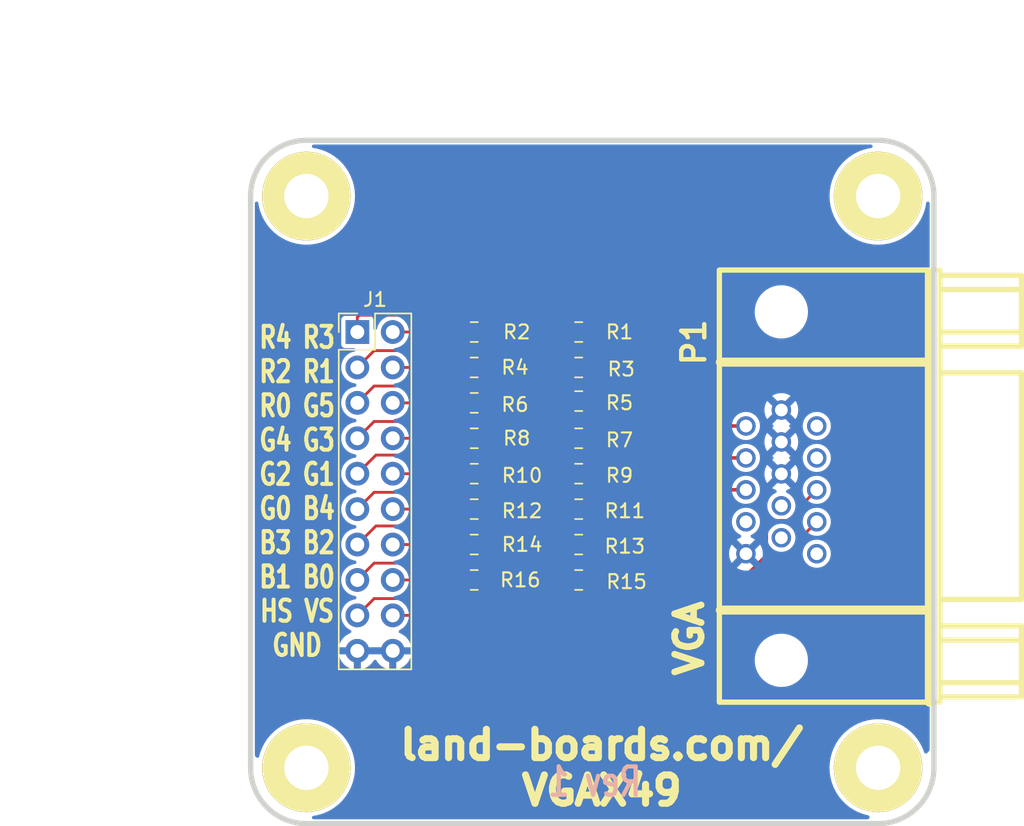
<source format=kicad_pcb>
(kicad_pcb (version 20211014) (generator pcbnew)
  (title_block (date "28 mar 2015") (rev "X1"))
  (layers (0 "F.Cu" signal "Front") (31 "B.Cu" signal "Back") (36 "B.SilkS" user "B.Silkscreen") (37 "F.SilkS" user "F.Silkscreen") (38 "B.Mask" user) (39 "F.Mask" user) (44 "Edge.Cuts" user))
  (net 0 "")
  (net 1 "GND")
  (net 2 "/R4")
  (net 3 "/R3")
  (net 4 "/R2")
  (net 5 "/R1")
  (net 6 "/R0")
  (net 7 "/G5")
  (net 8 "/G4")
  (net 9 "/G3")
  (net 10 "/G2")
  (net 11 "/G1")
  (net 12 "/G0")
  (net 13 "/B4")
  (net 14 "/B3")
  (net 15 "/B2")
  (net 16 "/B1")
  (net 17 "/B0")
  (net 18 "/HS")
  (net 19 "/VS")
  (net 20 "Net-(P1-Pad3)")
  (net 21 "Net-(P1-Pad2)")
  (net 22 "Net-(P1-Pad1)")
  (footprint "MTG-4-40" (layer "F.Cu") (at 14 55)
    (fp_text reference "MTG3" hide)
    (fp_text value "CONN_1" hide)
    (pad "1" thru_hole circle locked (at 0 0) (size 6.35 6.35) (drill 3.175) (layers *.Cu *.Mask "F.SilkS"))
  )
  (footprint "MTG-4-40" (layer "F.Cu") (at 55 55)
    (fp_text reference "MTG4" hide)
    (fp_text value "CONN_1" hide)
    (pad "1" thru_hole circle locked (at 0 0) (size 6.35 6.35) (drill 3.175) (layers *.Cu *.Mask "F.SilkS"))
  )
  (footprint "MTG-4-40" (layer "F.Cu") (at 55 14)
    (fp_text reference "MTG2" hide)
    (fp_text value "CONN_1" hide)
    (pad "1" thru_hole circle locked (at 0 0) (size 6.35 6.35) (drill 3.175) (layers *.Cu *.Mask "F.SilkS"))
  )
  (footprint "MTG-4-40" (layer "F.Cu") (at 14 14)
    (fp_text reference "MTG1" hide)
    (fp_text value "CONN_1" hide)
    (pad "1" thru_hole circle locked (at 0 0) (size 6.35 6.35) (drill 3.175) (layers *.Cu *.Mask "F.SilkS"))
  )
  (footprint "Connector_PinHeader_2.54mm:PinHeader_2x10_P2.54mm_Vertical" (layer "F.Cu") (at 17.653 23.749)
    (fp_text reference "J1" (at 1.27 -2.33) (layer "F.SilkS"))
    (fp_text value "Conn_02x10_Odd_Even")
    (fp_line (start -1.33 1.27) (end 1.27 1.27) (layer "F.SilkS") (width 0.12))
    (fp_line (start -1.33 -1.33) (end 0 -1.33) (layer "F.SilkS") (width 0.12))
    (fp_line (start -1.33 24.19) (end 3.87 24.19) (layer "F.SilkS") (width 0.12))
    (fp_line (start -1.33 0) (end -1.33 -1.33) (layer "F.SilkS") (width 0.12))
    (fp_line (start 1.27 -1.33) (end 3.87 -1.33) (layer "F.SilkS") (width 0.12))
    (fp_line (start 1.27 1.27) (end 1.27 -1.33) (layer "F.SilkS") (width 0.12))
    (fp_line (start 3.87 -1.33) (end 3.87 24.19) (layer "F.SilkS") (width 0.12))
    (fp_line (start -1.33 1.27) (end -1.33 24.19) (layer "F.SilkS") (width 0.12))
    (pad "1" thru_hole rect locked (at 0 0) (size 1.7 1.7) (drill 1) (layers *.Cu *.Mask) (net 2 "/R4"))
    (pad "2" thru_hole oval locked (at 2.54 0) (size 1.7 1.7) (drill 1) (layers *.Cu *.Mask) (net 3 "/R3"))
    (pad "3" thru_hole oval locked (at 0 2.54) (size 1.7 1.7) (drill 1) (layers *.Cu *.Mask) (net 4 "/R2"))
    (pad "4" thru_hole oval locked (at 2.54 2.54) (size 1.7 1.7) (drill 1) (layers *.Cu *.Mask) (net 5 "/R1"))
    (pad "5" thru_hole oval locked (at 0 5.08) (size 1.7 1.7) (drill 1) (layers *.Cu *.Mask) (net 6 "/R0"))
    (pad "6" thru_hole oval locked (at 2.54 5.08) (size 1.7 1.7) (drill 1) (layers *.Cu *.Mask) (net 7 "/G5"))
    (pad "7" thru_hole oval locked (at 0 7.62) (size 1.7 1.7) (drill 1) (layers *.Cu *.Mask) (net 8 "/G4"))
    (pad "8" thru_hole oval locked (at 2.54 7.62) (size 1.7 1.7) (drill 1) (layers *.Cu *.Mask) (net 9 "/G3"))
    (pad "9" thru_hole oval locked (at 0 10.16) (size 1.7 1.7) (drill 1) (layers *.Cu *.Mask) (net 10 "/G2"))
    (pad "10" thru_hole oval locked (at 2.54 10.16) (size 1.7 1.7) (drill 1) (layers *.Cu *.Mask) (net 11 "/G1"))
    (pad "11" thru_hole oval locked (at 0 12.7) (size 1.7 1.7) (drill 1) (layers *.Cu *.Mask) (net 12 "/G0"))
    (pad "12" thru_hole oval locked (at 2.54 12.7) (size 1.7 1.7) (drill 1) (layers *.Cu *.Mask) (net 13 "/B4"))
    (pad "13" thru_hole oval locked (at 0 15.24) (size 1.7 1.7) (drill 1) (layers *.Cu *.Mask) (net 14 "/B3"))
    (pad "14" thru_hole oval locked (at 2.54 15.24) (size 1.7 1.7) (drill 1) (layers *.Cu *.Mask) (net 15 "/B2"))
    (pad "15" thru_hole oval locked (at 0 17.78) (size 1.7 1.7) (drill 1) (layers *.Cu *.Mask) (net 16 "/B1"))
    (pad "16" thru_hole oval locked (at 2.54 17.78) (size 1.7 1.7) (drill 1) (layers *.Cu *.Mask) (net 17 "/B0"))
    (pad "17" thru_hole oval locked (at 0 20.32) (size 1.7 1.7) (drill 1) (layers *.Cu *.Mask) (net 18 "/HS"))
    (pad "18" thru_hole oval locked (at 2.54 20.32) (size 1.7 1.7) (drill 1) (layers *.Cu *.Mask) (net 19 "/VS"))
    (pad "19" thru_hole oval locked (at 0 22.86) (size 1.7 1.7) (drill 1) (layers *.Cu *.Mask) (net 1 "GND"))
    (pad "20" thru_hole oval locked (at 2.54 22.86) (size 1.7 1.7) (drill 1) (layers *.Cu *.Mask) (net 1 "GND"))
  )
  (footprint "LandBoards_Conns:DB_15F-VGA-fixed" (layer "F.Cu") (at 52.07 34.798 90)
    (fp_text reference "P1" (at 10.3124 -10.287 90) (layer "F.SilkS") (effects (font (size 1.651 1.651) (thickness 0.3175))))
    (fp_text value "VGA" (at -10.922 -10.6172 90) (layer "F.SilkS") (effects (font (size 1.905 1.905) (thickness 0.47625))))
    (fp_line (start 10.033 13.208) (end 15.113 13.208) (layer "F.SilkS") (width 0.381))
    (fp_line (start 15.494 -8.382) (end 15.494 7.112) (layer "F.SilkS") (width 0.381))
    (fp_line (start 15.113 13.208) (end 15.113 7.493) (layer "F.SilkS") (width 0.381))
    (fp_line (start -15.113 7.366) (end -15.113 13.208) (layer "F.SilkS") (width 0.381))
    (fp_line (start -10.033 7.366) (end -10.033 13.208) (layer "F.SilkS") (width 0.381))
    (fp_line (start -15.494 -8.382) (end -15.494 7.112) (layer "F.SilkS") (width 0.381))
    (fp_line (start -15.494 7.366) (end 15.494 7.366) (layer "F.SilkS") (width 0.381))
    (fp_line (start -14.097 7.366) (end -14.097 13.208) (layer "F.SilkS") (width 0.381))
    (fp_line (start 15.494 -8.45566) (end -15.494 -8.45566) (layer "F.SilkS") (width 0.381))
    (fp_line (start 11.049 7.366) (end 11.049 13.208) (layer "F.SilkS") (width 0.381))
    (fp_line (start -8.128 13.208) (end 8.128 13.208) (layer "F.SilkS") (width 0.381))
    (fp_line (start 8.128 13.208) (end 8.128 7.366) (layer "F.SilkS") (width 0.381))
    (fp_line (start -8.128 7.366) (end -8.128 13.208) (layer "F.SilkS") (width 0.381))
    (fp_line (start -8.89 -8.382) (end -8.89 6.35) (layer "F.SilkS") (width 0.65))
    (fp_line (start 14.097 7.366) (end 14.097 13.208) (layer "F.SilkS") (width 0.381))
    (fp_line (start -15.113 13.208) (end -10.033 13.208) (layer "F.SilkS") (width 0.381))
    (fp_line (start -11.049 7.366) (end -11.049 13.208) (layer "F.SilkS") (width 0.381))
    (fp_line (start 8.89 -8.382) (end 8.89 6.604) (layer "F.SilkS") (width 0.65))
    (fp_line (start 10.033 7.366) (end 10.033 13.208) (layer "F.SilkS") (width 0.381))
    (fp_line (start -15.494 6.604) (end 15.24 6.604) (layer "F.SilkS") (width 0.65))
    (pad "" np_thru_hole circle locked (at -12.49426 -4.01066 90) (size 3.2 3.2) (drill 3.2) (layers *.Cu *.Mask "F.SilkS"))
    (pad "" np_thru_hole circle locked (at 12.49426 -4.01066 90) (size 3.2 3.2) (drill 3.2) (layers *.Cu *.Mask "F.SilkS"))
    (pad "1" thru_hole circle locked (at 4.31038 -6.55066 90) (size 1.397 1.397) (drill 0.9144) (layers *.Cu *.Mask) (net 22 "Net-(P1-Pad1)"))
    (pad "2" thru_hole circle locked (at 2.0193 -6.55066 90) (size 1.397 1.397) (drill 0.9144) (layers *.Cu *.Mask) (net 21 "Net-(P1-Pad2)"))
    (pad "3" thru_hole circle locked (at -0.2667 -6.55066 90) (size 1.397 1.397) (drill 0.889) (layers *.Cu *.Mask) (net 20 "Net-(P1-Pad3)"))
    (pad "4" thru_hole circle locked (at -2.56032 -6.55066 90) (size 1.397 1.397) (drill 0.9144) (layers *.Cu *.Mask))
    (pad "5" thru_hole circle locked (at -4.84886 -6.55066 90) (size 1.397 1.397) (drill 0.9144) (layers *.Cu *.Mask) (net 1 "GND"))
    (pad "6" thru_hole circle locked (at 5.45592 -4.01066 90) (size 1.397 1.397) (drill 0.9144) (layers *.Cu *.Mask) (net 1 "GND"))
    (pad "7" thru_hole circle locked (at 3.16484 -4.01066 90) (size 1.397 1.397) (drill 0.9144) (layers *.Cu *.Mask) (net 1 "GND"))
    (pad "8" thru_hole circle locked (at 0.87376 -4.01066 90) (size 1.397 1.397) (drill 0.9144) (layers *.Cu *.Mask) (net 1 "GND"))
    (pad "9" thru_hole circle locked (at -1.41478 -4.01066 90) (size 1.397 1.397) (drill 0.9144) (layers *.Cu *.Mask))
    (pad "10" thru_hole circle locked (at -3.70586 -4.01066 90) (size 1.397 1.397) (drill 0.9144) (layers *.Cu *.Mask))
    (pad "11" thru_hole circle locked (at 4.31038 -1.47066 90) (size 1.397 1.397) (drill 0.9144) (layers *.Cu *.Mask))
    (pad "12" thru_hole circle locked (at 2.0193 -1.47066 90) (size 1.397 1.397) (drill 0.9144) (layers *.Cu *.Mask))
    (pad "13" thru_hole circle locked (at -0.26924 -1.4732 90) (size 1.397 1.397) (drill 0.9144) (layers *.Cu *.Mask) (net 18 "/HS"))
    (pad "14" thru_hole circle locked (at -2.56032 -1.47066 90) (size 1.397 1.397) (drill 0.9144) (layers *.Cu *.Mask) (net 19 "/VS"))
    (pad "15" thru_hole circle locked (at -4.84886 -1.47066 90) (size 1.397 1.397) (drill 0.9144) (layers *.Cu *.Mask))
  )
  (footprint "Resistor_SMD:R_0805_2012Metric_Pad1.15x1.40mm_HandSolder" (layer "F.Cu") (at 33.528 23.749 180)
    (fp_text reference "R1" (at -2.921 0 180) (layer "F.SilkS"))
    (fp_text value "510")
    (fp_line (start -0.261252 0.71) (end 0.261252 0.71) (layer "F.SilkS") (width 0.12))
    (fp_line (start -0.261252 -0.71) (end 0.261252 -0.71) (layer "F.SilkS") (width 0.12))
    (pad "1" smd roundrect locked (at -1.025 0 180) (size 1.15 1.4) (layers "F.Cu" "F.Paste" "F.Mask") (roundrect_rratio 0.2173913043) (net 22 "Net-(P1-Pad1)"))
    (pad "2" smd roundrect locked (at 1.025 0 180) (size 1.15 1.4) (layers "F.Cu" "F.Paste" "F.Mask") (roundrect_rratio 0.2173913043) (net 2 "/R4"))
  )
  (footprint "Resistor_SMD:R_0805_2012Metric_Pad1.15x1.40mm_HandSolder" (layer "F.Cu") (at 26.035 23.749 180)
    (fp_text reference "R2" (at -3.048 0 180) (layer "F.SilkS"))
    (fp_text value "1K")
    (fp_line (start -0.261252 0.71) (end 0.261252 0.71) (layer "F.SilkS") (width 0.12))
    (fp_line (start -0.261252 -0.71) (end 0.261252 -0.71) (layer "F.SilkS") (width 0.12))
    (pad "1" smd roundrect locked (at -1.025 0 180) (size 1.15 1.4) (layers "F.Cu" "F.Paste" "F.Mask") (roundrect_rratio 0.2173913043) (net 22 "Net-(P1-Pad1)"))
    (pad "2" smd roundrect locked (at 1.025 0 180) (size 1.15 1.4) (layers "F.Cu" "F.Paste" "F.Mask") (roundrect_rratio 0.2173913043) (net 3 "/R3"))
  )
  (footprint "Resistor_SMD:R_0805_2012Metric_Pad1.15x1.40mm_HandSolder" (layer "F.Cu") (at 33.528 26.289 180)
    (fp_text reference "R3" (at -3.048 -0.127 180) (layer "F.SilkS"))
    (fp_text value "2.2K")
    (fp_line (start -0.261252 0.71) (end 0.261252 0.71) (layer "F.SilkS") (width 0.12))
    (fp_line (start -0.261252 -0.71) (end 0.261252 -0.71) (layer "F.SilkS") (width 0.12))
    (pad "1" smd roundrect locked (at -1.025 0 180) (size 1.15 1.4) (layers "F.Cu" "F.Paste" "F.Mask") (roundrect_rratio 0.2173913043) (net 22 "Net-(P1-Pad1)"))
    (pad "2" smd roundrect locked (at 1.025 0 180) (size 1.15 1.4) (layers "F.Cu" "F.Paste" "F.Mask") (roundrect_rratio 0.2173913043) (net 4 "/R2"))
  )
  (footprint "Resistor_SMD:R_0805_2012Metric_Pad1.15x1.40mm_HandSolder" (layer "F.Cu") (at 26.035 26.289 180)
    (fp_text reference "R4" (at -2.921 0 180) (layer "F.SilkS"))
    (fp_text value "4.7K")
    (fp_line (start -0.261252 0.71) (end 0.261252 0.71) (layer "F.SilkS") (width 0.12))
    (fp_line (start -0.261252 -0.71) (end 0.261252 -0.71) (layer "F.SilkS") (width 0.12))
    (pad "1" smd roundrect locked (at -1.025 0 180) (size 1.15 1.4) (layers "F.Cu" "F.Paste" "F.Mask") (roundrect_rratio 0.2173913043) (net 22 "Net-(P1-Pad1)"))
    (pad "2" smd roundrect locked (at 1.025 0 180) (size 1.15 1.4) (layers "F.Cu" "F.Paste" "F.Mask") (roundrect_rratio 0.2173913043) (net 5 "/R1"))
  )
  (footprint "Resistor_SMD:R_0805_2012Metric_Pad1.15x1.40mm_HandSolder" (layer "F.Cu") (at 33.528 28.702 180)
    (fp_text reference "R5" (at -2.921 -0.127 180) (layer "F.SilkS"))
    (fp_text value "10K")
    (fp_line (start -0.261252 -0.71) (end 0.261252 -0.71) (layer "F.SilkS") (width 0.12))
    (fp_line (start -0.261252 0.71) (end 0.261252 0.71) (layer "F.SilkS") (width 0.12))
    (pad "1" smd roundrect locked (at -1.025 0 180) (size 1.15 1.4) (layers "F.Cu" "F.Paste" "F.Mask") (roundrect_rratio 0.2173913043) (net 22 "Net-(P1-Pad1)"))
    (pad "2" smd roundrect locked (at 1.025 0 180) (size 1.15 1.4) (layers "F.Cu" "F.Paste" "F.Mask") (roundrect_rratio 0.2173913043) (net 6 "/R0"))
  )
  (footprint "Resistor_SMD:R_0805_2012Metric_Pad1.15x1.40mm_HandSolder" (layer "F.Cu") (at 26.035 28.829 180)
    (fp_text reference "R6" (at -2.921 -0.127 180) (layer "F.SilkS"))
    (fp_text value "510")
    (fp_line (start -0.261252 0.71) (end 0.261252 0.71) (layer "F.SilkS") (width 0.12))
    (fp_line (start -0.261252 -0.71) (end 0.261252 -0.71) (layer "F.SilkS") (width 0.12))
    (pad "1" smd roundrect locked (at -1.025 0 180) (size 1.15 1.4) (layers "F.Cu" "F.Paste" "F.Mask") (roundrect_rratio 0.2173913043) (net 21 "Net-(P1-Pad2)"))
    (pad "2" smd roundrect locked (at 1.025 0 180) (size 1.15 1.4) (layers "F.Cu" "F.Paste" "F.Mask") (roundrect_rratio 0.2173913043) (net 7 "/G5"))
  )
  (footprint "Resistor_SMD:R_0805_2012Metric_Pad1.15x1.40mm_HandSolder" (layer "F.Cu") (at 33.528 31.369 180)
    (fp_text reference "R7" (at -2.921 -0.127 180) (layer "F.SilkS"))
    (fp_text value "1K")
    (fp_line (start -0.261252 0.71) (end 0.261252 0.71) (layer "F.SilkS") (width 0.12))
    (fp_line (start -0.261252 -0.71) (end 0.261252 -0.71) (layer "F.SilkS") (width 0.12))
    (pad "1" smd roundrect locked (at -1.025 0 180) (size 1.15 1.4) (layers "F.Cu" "F.Paste" "F.Mask") (roundrect_rratio 0.2173913043) (net 21 "Net-(P1-Pad2)"))
    (pad "2" smd roundrect locked (at 1.025 0 180) (size 1.15 1.4) (layers "F.Cu" "F.Paste" "F.Mask") (roundrect_rratio 0.2173913043) (net 8 "/G4"))
  )
  (footprint "Resistor_SMD:R_0805_2012Metric_Pad1.15x1.40mm_HandSolder" (layer "F.Cu") (at 26.035 31.369 180)
    (fp_text reference "R8" (at -3.048 0 180) (layer "F.SilkS"))
    (fp_text value "2.2K")
    (fp_line (start -0.261252 0.71) (end 0.261252 0.71) (layer "F.SilkS") (width 0.12))
    (fp_line (start -0.261252 -0.71) (end 0.261252 -0.71) (layer "F.SilkS") (width 0.12))
    (pad "1" smd roundrect locked (at -1.025 0 180) (size 1.15 1.4) (layers "F.Cu" "F.Paste" "F.Mask") (roundrect_rratio 0.2173913043) (net 21 "Net-(P1-Pad2)"))
    (pad "2" smd roundrect locked (at 1.025 0 180) (size 1.15 1.4) (layers "F.Cu" "F.Paste" "F.Mask") (roundrect_rratio 0.2173913043) (net 9 "/G3"))
  )
  (footprint "Resistor_SMD:R_0805_2012Metric_Pad1.15x1.40mm_HandSolder" (layer "F.Cu") (at 33.528 33.909 180)
    (fp_text reference "R9" (at -2.921 -0.127 180) (layer "F.SilkS"))
    (fp_text value "4.7K")
    (fp_line (start -0.261252 -0.71) (end 0.261252 -0.71) (layer "F.SilkS") (width 0.12))
    (fp_line (start -0.261252 0.71) (end 0.261252 0.71) (layer "F.SilkS") (width 0.12))
    (pad "1" smd roundrect locked (at -1.025 0 180) (size 1.15 1.4) (layers "F.Cu" "F.Paste" "F.Mask") (roundrect_rratio 0.2173913043) (net 21 "Net-(P1-Pad2)"))
    (pad "2" smd roundrect locked (at 1.025 0 180) (size 1.15 1.4) (layers "F.Cu" "F.Paste" "F.Mask") (roundrect_rratio 0.2173913043) (net 10 "/G2"))
  )
  (footprint "Resistor_SMD:R_0805_2012Metric_Pad1.15x1.40mm_HandSolder" (layer "F.Cu") (at 26.035 33.909 180)
    (fp_text reference "R10" (at -3.429 -0.127 180) (layer "F.SilkS"))
    (fp_text value "10K")
    (fp_line (start -0.261252 -0.71) (end 0.261252 -0.71) (layer "F.SilkS") (width 0.12))
    (fp_line (start -0.261252 0.71) (end 0.261252 0.71) (layer "F.SilkS") (width 0.12))
    (pad "1" smd roundrect locked (at -1.025 0 180) (size 1.15 1.4) (layers "F.Cu" "F.Paste" "F.Mask") (roundrect_rratio 0.2173913043) (net 21 "Net-(P1-Pad2)"))
    (pad "2" smd roundrect locked (at 1.025 0 180) (size 1.15 1.4) (layers "F.Cu" "F.Paste" "F.Mask") (roundrect_rratio 0.2173913043) (net 11 "/G1"))
  )
  (footprint "Resistor_SMD:R_0805_2012Metric_Pad1.15x1.40mm_HandSolder" (layer "F.Cu") (at 33.528 36.449 180)
    (fp_text reference "R11" (at -3.302 -0.127 180) (layer "F.SilkS"))
    (fp_text value "22K")
    (fp_line (start -0.261252 -0.71) (end 0.261252 -0.71) (layer "F.SilkS") (width 0.12))
    (fp_line (start -0.261252 0.71) (end 0.261252 0.71) (layer "F.SilkS") (width 0.12))
    (pad "1" smd roundrect locked (at -1.025 0 180) (size 1.15 1.4) (layers "F.Cu" "F.Paste" "F.Mask") (roundrect_rratio 0.2173913043) (net 21 "Net-(P1-Pad2)"))
    (pad "2" smd roundrect locked (at 1.025 0 180) (size 1.15 1.4) (layers "F.Cu" "F.Paste" "F.Mask") (roundrect_rratio 0.2173913043) (net 12 "/G0"))
  )
  (footprint "Resistor_SMD:R_0805_2012Metric_Pad1.15x1.40mm_HandSolder" (layer "F.Cu") (at 26.035 36.449 180)
    (fp_text reference "R12" (at -3.429 -0.127 180) (layer "F.SilkS"))
    (fp_text value "510")
    (fp_line (start -0.261252 -0.71) (end 0.261252 -0.71) (layer "F.SilkS") (width 0.12))
    (fp_line (start -0.261252 0.71) (end 0.261252 0.71) (layer "F.SilkS") (width 0.12))
    (pad "1" smd roundrect locked (at -1.025 0 180) (size 1.15 1.4) (layers "F.Cu" "F.Paste" "F.Mask") (roundrect_rratio 0.2173913043) (net 20 "Net-(P1-Pad3)"))
    (pad "2" smd roundrect locked (at 1.025 0 180) (size 1.15 1.4) (layers "F.Cu" "F.Paste" "F.Mask") (roundrect_rratio 0.2173913043) (net 13 "/B4"))
  )
  (footprint "Resistor_SMD:R_0805_2012Metric_Pad1.15x1.40mm_HandSolder" (layer "F.Cu") (at 33.528 38.989 180)
    (fp_text reference "R13" (at -3.302 -0.127 180) (layer "F.SilkS"))
    (fp_text value "1K")
    (fp_line (start -0.261252 -0.71) (end 0.261252 -0.71) (layer "F.SilkS") (width 0.12))
    (fp_line (start -0.261252 0.71) (end 0.261252 0.71) (layer "F.SilkS") (width 0.12))
    (pad "1" smd roundrect locked (at -1.025 0 180) (size 1.15 1.4) (layers "F.Cu" "F.Paste" "F.Mask") (roundrect_rratio 0.2173913043) (net 20 "Net-(P1-Pad3)"))
    (pad "2" smd roundrect locked (at 1.025 0 180) (size 1.15 1.4) (layers "F.Cu" "F.Paste" "F.Mask") (roundrect_rratio 0.2173913043) (net 14 "/B3"))
  )
  (footprint "Resistor_SMD:R_0805_2012Metric_Pad1.15x1.40mm_HandSolder" (layer "F.Cu") (at 26.035 38.989 180)
    (fp_text reference "R14" (at -3.429 0 180) (layer "F.SilkS"))
    (fp_text value "2.2K")
    (fp_line (start -0.261252 0.71) (end 0.261252 0.71) (layer "F.SilkS") (width 0.12))
    (fp_line (start -0.261252 -0.71) (end 0.261252 -0.71) (layer "F.SilkS") (width 0.12))
    (pad "1" smd roundrect locked (at -1.025 0 180) (size 1.15 1.4) (layers "F.Cu" "F.Paste" "F.Mask") (roundrect_rratio 0.2173913043) (net 20 "Net-(P1-Pad3)"))
    (pad "2" smd roundrect locked (at 1.025 0 180) (size 1.15 1.4) (layers "F.Cu" "F.Paste" "F.Mask") (roundrect_rratio 0.2173913043) (net 15 "/B2"))
  )
  (footprint "Resistor_SMD:R_0805_2012Metric_Pad1.15x1.40mm_HandSolder" (layer "F.Cu") (at 33.528 41.529 180)
    (fp_text reference "R15" (at -3.429 -0.127 180) (layer "F.SilkS"))
    (fp_text value "4.7K")
    (fp_line (start -0.261252 -0.71) (end 0.261252 -0.71) (layer "F.SilkS") (width 0.12))
    (fp_line (start -0.261252 0.71) (end 0.261252 0.71) (layer "F.SilkS") (width 0.12))
    (pad "1" smd roundrect locked (at -1.025 0 180) (size 1.15 1.4) (layers "F.Cu" "F.Paste" "F.Mask") (roundrect_rratio 0.2173913043) (net 20 "Net-(P1-Pad3)"))
    (pad "2" smd roundrect locked (at 1.025 0 180) (size 1.15 1.4) (layers "F.Cu" "F.Paste" "F.Mask") (roundrect_rratio 0.2173913043) (net 16 "/B1"))
  )
  (footprint "Resistor_SMD:R_0805_2012Metric_Pad1.15x1.40mm_HandSolder" (layer "F.Cu") (at 26.035 41.529 180)
    (fp_text reference "R16" (at -3.302 0 180) (layer "F.SilkS"))
    (fp_text value "10K")
    (fp_line (start -0.261252 -0.71) (end 0.261252 -0.71) (layer "F.SilkS") (width 0.12))
    (fp_line (start -0.261252 0.71) (end 0.261252 0.71) (layer "F.SilkS") (width 0.12))
    (pad "1" smd roundrect locked (at -1.025 0 180) (size 1.15 1.4) (layers "F.Cu" "F.Paste" "F.Mask") (roundrect_rratio 0.2173913043) (net 20 "Net-(P1-Pad3)"))
    (pad "2" smd roundrect locked (at 1.025 0 180) (size 1.15 1.4) (layers "F.Cu" "F.Paste" "F.Mask") (roundrect_rratio 0.2173913043) (net 17 "/B0"))
  )
  (gr_arc (start 10 14) (mid 11.171573 11.171573) (end 14 10) (layer "Edge.Cuts") (width 0.381))
  (gr_line (start 14 10) (end 55 10) (layer "Edge.Cuts") (width 0.381))
  (gr_arc (start 55 10) (mid 57.828427 11.171573) (end 59 14) (layer "Edge.Cuts") (width 0.381))
  (gr_line (start 10 55) (end 10 14) (layer "Edge.Cuts") (width 0.381))
  (gr_line (start 55 59) (end 14 59) (layer "Edge.Cuts") (width 0.381))
  (gr_arc (start 14 59) (mid 11.171573 57.828427) (end 10 55) (layer "Edge.Cuts") (width 0.381))
  (gr_arc (start 59 55) (mid 57.828427 57.828427) (end 55 59) (layer "Edge.Cuts") (width 0.381))
  (gr_line (start 59 14) (end 59 55) (layer "Edge.Cuts") (width 0.381))
  (gr_text "Rev 1" (at 34.671 56.007) (layer "B.SilkS") (effects (font (size 2.032 1.524) (thickness 0.3048)) (justify mirror)))
  (gr_text "R4 R3\nR2 R1\nR0 G5\nG4 G3\nG2 G1\nG0 B4\nB3 B2\nB1 B0\nHS VS\nGND" (at 13.335 35.179) (layer "F.SilkS") (effects (font (size 1.524 1.143) (thickness 0.28575))))
  (gr_text "land-boards.com/\nVGAX49" (at 35.179 54.991) (layer "F.SilkS") (effects (font (size 2.032 2.032) (thickness 0.508))))
  (segment (start 17.805401 22.543399) (end 29.21 22.543399) (width 0.2032) (layer "F.Cu") (net 2))
  (segment (start 17.653 23.749) (end 17.653 22.6958) (width 0.2032) (layer "F.Cu") (net 2))
  (segment (start 32.503 23.749) (end 30.415601 23.749) (width 0.2032) (layer "F.Cu") (net 2))
  (segment (start 17.653 22.6958) (end 17.805401 22.543399) (width 0.2032) (layer "F.Cu") (net 2))
  (segment (start 30.415601 23.749) (end 29.21 22.543399) (width 0.2032) (layer "F.Cu") (net 2))
  (segment (start 21.395081 23.749) (end 25.01 23.749) (width 0.2032) (layer "F.Cu") (net 3))
  (segment (start 20.193 23.749) (end 21.395081 23.749) (width 0.2032) (layer "F.Cu") (net 3))
  (segment (start 32.503 26.289) (end 30.353 26.289) (width 0.2032) (layer "F.Cu") (net 4))
  (segment (start 29.147399 25.083399) (end 18.858601 25.083399) (width 0.2032) (layer "F.Cu") (net 4))
  (segment (start 18.858601 25.083399) (end 17.653 26.289) (width 0.2032) (layer "F.Cu") (net 4))
  (segment (start 30.353 26.289) (end 29.147399 25.083399) (width 0.2032) (layer "F.Cu") (net 4))
  (segment (start 20.193 26.289) (end 25.01 26.289) (width 0.2032) (layer "F.Cu") (net 5))
  (segment (start 18.858601 27.623399) (end 17.653 28.829) (width 0.2032) (layer "F.Cu") (net 6))
  (segment (start 32.503 28.702) (end 30.161601 28.702) (width 0.2032) (layer "F.Cu") (net 6))
  (segment (start 29.083 27.623399) (end 18.858601 27.623399) (width 0.2032) (layer "F.Cu") (net 6))
  (segment (start 30.161601 28.702) (end 29.083 27.623399) (width 0.2032) (layer "F.Cu") (net 6))
  (segment (start 20.193 28.829) (end 25.01 28.829) (width 0.2032) (layer "F.Cu") (net 7))
  (segment (start 30.415601 31.369) (end 29.21 30.163399) (width 0.2032) (layer "F.Cu") (net 8))
  (segment (start 18.858601 30.163399) (end 17.653 31.369) (width 0.2032) (layer "F.Cu") (net 8))
  (segment (start 32.503 31.369) (end 30.415601 31.369) (width 0.2032) (layer "F.Cu") (net 8))
  (segment (start 29.21 30.163399) (end 18.858601 30.163399) (width 0.2032) (layer "F.Cu") (net 8))
  (segment (start 21.395081 31.369) (end 25.01 31.369) (width 0.2032) (layer "F.Cu") (net 9))
  (segment (start 20.193 31.369) (end 21.395081 31.369) (width 0.2032) (layer "F.Cu") (net 9))
  (segment (start 32.503 33.909) (end 30.417399 33.909) (width 0.2032) (layer "F.Cu") (net 10))
  (segment (start 30.417399 33.909) (end 29.083 32.574601) (width 0.2032) (layer "F.Cu") (net 10))
  (segment (start 29.083 32.574601) (end 18.987399 32.574601) (width 0.2032) (layer "F.Cu") (net 10))
  (segment (start 18.987399 32.574601) (end 17.653 33.909) (width 0.2032) (layer "F.Cu") (net 10))
  (segment (start 20.193 33.909) (end 25.01 33.909) (width 0.2032) (layer "F.Cu") (net 11))
  (segment (start 32.503 36.449) (end 30.415601 36.449) (width 0.2032) (layer "F.Cu") (net 12))
  (segment (start 29.21 35.243399) (end 18.858601 35.243399) (width 0.2032) (layer "F.Cu") (net 12))
  (segment (start 18.858601 35.243399) (end 17.653 36.449) (width 0.2032) (layer "F.Cu") (net 12))
  (segment (start 30.415601 36.449) (end 29.21 35.243399) (width 0.2032) (layer "F.Cu") (net 12))
  (segment (start 20.193 36.449) (end 25.01 36.449) (width 0.2032) (layer "F.Cu") (net 13))
  (segment (start 29.21 37.654601) (end 18.987399 37.654601) (width 0.2032) (layer "F.Cu") (net 14))
  (segment (start 18.987399 37.654601) (end 17.653 38.989) (width 0.2032) (layer "F.Cu") (net 14))
  (segment (start 30.544399 38.989) (end 29.21 37.654601) (width 0.2032) (layer "F.Cu") (net 14))
  (segment (start 32.503 38.989) (end 30.544399 38.989) (width 0.2032) (layer "F.Cu") (net 14))
  (segment (start 20.193 38.989) (end 21.395081 38.989) (width 0.2032) (layer "F.Cu") (net 15))
  (segment (start 21.395081 38.989) (end 25.01 38.989) (width 0.2032) (layer "F.Cu") (net 15))
  (segment (start 18.858601 40.323399) (end 29.591 40.323399) (width 0.2032) (layer "F.Cu") (net 16))
  (segment (start 30.796601 41.529) (end 29.591 40.323399) (width 0.2032) (layer "F.Cu") (net 16))
  (segment (start 17.653 41.529) (end 18.858601 40.323399) (width 0.2032) (layer "F.Cu") (net 16))
  (segment (start 32.503 41.529) (end 30.796601 41.529) (width 0.2032) (layer "F.Cu") (net 16))
  (segment (start 20.193 41.529) (end 25.01 41.529) (width 0.2032) (layer "F.Cu") (net 17))
  (segment (start 22.670399 42.863399) (end 25.654 45.847) (width 0.2032) (layer "F.Cu") (net 18))
  (segment (start 17.653 44.069) (end 18.858601 42.863399) (width 0.2032) (layer "F.Cu") (net 18))
  (segment (start 18.858601 42.863399) (end 22.670399 42.863399) (width 0.2032) (layer "F.Cu") (net 18))
  (segment (start 47.736249 37.266881) (end 48.565309 37.266881) (width 0.2032) (layer "F.Cu") (net 18))
  (segment (start 48.565309 37.266881) (end 49.898301 35.933889) (width 0.2032) (layer "F.Cu") (net 18))
  (segment (start 40.87927 45.847) (end 47.005239 39.721031) (width 0.2032) (layer "F.Cu") (net 18))
  (segment (start 47.005239 39.721031) (end 47.005239 37.997891) (width 0.2032) (layer "F.Cu") (net 18))
  (segment (start 47.005239 37.997891) (end 47.736249 37.266881) (width 0.2032) (layer "F.Cu") (net 18))
  (segment (start 25.654 45.847) (end 40.87927 45.847) (width 0.2032) (layer "F.Cu") (net 18))
  (segment (start 49.898301 35.765739) (end 50.5968 35.06724) (width 0.2032) (layer "F.Cu") (net 18))
  (segment (start 49.898301 35.933889) (end 49.898301 35.765739) (width 0.2032) (layer "F.Cu") (net 18))
  (segment (start 41.00627 47.117) (end 49.900841 38.222429) (width 0.2032) (layer "F.Cu") (net 19))
  (segment (start 49.900841 38.222429) (end 49.900841 38.056819) (width 0.2032) (layer "F.Cu") (net 19))
  (segment (start 25.273 47.117) (end 41.00627 47.117) (width 0.2032) (layer "F.Cu") (net 19))
  (segment (start 49.900841 38.056819) (end 50.59934 37.35832) (width 0.2032) (layer "F.Cu") (net 19))
  (segment (start 20.193 44.069) (end 22.225 44.069) (width 0.2032) (layer "F.Cu") (net 19))
  (segment (start 22.225 44.069) (end 25.273 47.117) (width 0.2032) (layer "F.Cu") (net 19))
  (segment (start 31.328745 39.446209) (end 32.014536 40.132) (width 0.2032) (layer "F.Cu") (net 20))
  (segment (start 32.014536 40.132) (end 34.544 40.132) (width 0.2032) (layer "F.Cu") (net 20))
  (segment (start 30.135381 37.93339) (end 33.49739 37.93339) (width 0.2032) (layer "F.Cu") (net 20))
  (segment (start 34.553 41.529) (end 34.553 40.729) (width 0.2032) (layer "F.Cu") (net 20))
  (segment (start 27.06 36.449) (end 28.650991 36.449) (width 0.2032) (layer "F.Cu") (net 20))
  (segment (start 33.929628 38.365628) (end 34.553 38.989) (width 0.2032) (layer "F.Cu") (net 20))
  (segment (start 42.164 35.0647) (end 38.2397 38.989) (width 0.254) (layer "F.Cu") (net 20))
  (segment (start 34.544 40.132) (end 34.553 40.123) (width 0.2032) (layer "F.Cu") (net 20))
  (segment (start 29.134202 42.58461) (end 33.49739 42.58461) (width 0.2032) (layer "F.Cu") (net 20))
  (segment (start 33.49739 37.93339) (end 33.929628 38.365628) (width 0.2032) (layer "F.Cu") (net 20))
  (segment (start 38.2397 38.989) (end 34.553 38.989) (width 0.254) (layer "F.Cu") (net 20))
  (segment (start 45.51934 35.0647) (end 42.164 35.0647) (width 0.254) (layer "F.Cu") (net 20))
  (segment (start 28.192209 39.446209) (end 31.328745 39.446209) (width 0.2032) (layer "F.Cu") (net 20))
  (segment (start 33.929628 42.152372) (end 34.553 41.529) (width 0.2032) (layer "F.Cu") (net 20))
  (segment (start 27.06 38.989) (end 27.735 38.989) (width 0.2032) (layer "F.Cu") (net 20))
  (segment (start 27.06 41.529) (end 28.078592 41.529) (width 0.2032) (layer "F.Cu") (net 20))
  (segment (start 28.078592 41.529) (end 29.134202 42.58461) (width 0.2032) (layer "F.Cu") (net 20))
  (segment (start 27.735 38.989) (end 28.192209 39.446209) (width 0.2032) (layer "F.Cu") (net 20))
  (segment (start 34.553 40.729) (end 34.553 39.878) (width 0.2032) (layer "F.Cu") (net 20))
  (segment (start 33.49739 42.58461) (end 33.929628 42.152372) (width 0.2032) (layer "F.Cu") (net 20))
  (segment (start 34.553 39.878) (end 34.553 38.989) (width 0.2032) (layer "F.Cu") (net 20))
  (segment (start 34.553 40.123) (end 34.553 39.878) (width 0.2032) (layer "F.Cu") (net 20))
  (segment (start 28.650991 36.449) (end 30.135381 37.93339) (width 0.2032) (layer "F.Cu") (net 20))
  (segment (start 45.51934 32.7787) (end 39.497 32.7787) (width 0.254) (layer "F.Cu") (net 21))
  (segment (start 38.3667 33.909) (end 39.497 32.7787) (width 0.254) (layer "F.Cu") (net 21))
  (segment (start 33.49739 32.42461) (end 33.929628 31.992372) (width 0.2032) (layer "F.Cu") (net 21))
  (segment (start 34.46561 34.96461) (end 34.553 35.052) (width 0.2032) (layer "F.Cu") (net 21))
  (segment (start 34.553 36.449) (end 34.553 35.052) (width 0.2032) (layer "F.Cu") (net 21))
  (segment (start 30.006583 30.31339) (end 33.49739 30.31339) (width 0.2032) (layer "F.Cu") (net 21))
  (segment (start 33.929628 31.992372) (end 34.553 31.369) (width 0.2032) (layer "F.Cu") (net 21))
  (segment (start 27.06 31.369) (end 28.523991 31.369) (width 0.2032) (layer "F.Cu") (net 21))
  (segment (start 34.553 35.052) (end 34.553 33.909) (width 0.2032) (layer "F.Cu") (net 21))
  (segment (start 28.523991 31.369) (end 29.579601 32.42461) (width 0.2032) (layer "F.Cu") (net 21))
  (segment (start 33.929628 30.745628) (end 34.553 31.369) (width 0.2032) (layer "F.Cu") (net 21))
  (segment (start 33.49739 30.31339) (end 33.929628 30.745628) (width 0.2032) (layer "F.Cu") (net 21))
  (segment (start 27.06 33.909) (end 27.683372 34.532372) (width 0.2032) (layer "F.Cu") (net 21))
  (segment (start 28.522193 28.829) (end 30.006583 30.31339) (width 0.2032) (layer "F.Cu") (net 21))
  (segment (start 27.06 28.829) (end 28.522193 28.829) (width 0.2032) (layer "F.Cu") (net 21))
  (segment (start 29.579601 32.42461) (end 33.49739 32.42461) (width 0.2032) (layer "F.Cu") (net 21))
  (segment (start 33.401 34.96461) (end 34.46561 34.96461) (width 0.2032) (layer "F.Cu") (net 21))
  (segment (start 27.683372 34.532372) (end 31.494908 34.532372) (width 0.2032) (layer "F.Cu") (net 21))
  (segment (start 31.494908 34.532372) (end 31.927146 34.96461) (width 0.2032) (layer "F.Cu") (net 21))
  (segment (start 31.927146 34.96461) (end 33.401 34.96461) (width 0.2032) (layer "F.Cu") (net 21))
  (segment (start 34.553 33.909) (end 38.3667 33.909) (width 0.254) (layer "F.Cu") (net 21))
  (segment (start 34.553 31.369) (end 34.553 33.909) (width 0.2032) (layer "F.Cu") (net 21))
  (segment (start 27.06 26.289) (end 28.395193 26.289) (width 0.2032) (layer "F.Cu") (net 22))
  (segment (start 28.395193 26.289) (end 29.665193 27.559) (width 0.2032) (layer "F.Cu") (net 22))
  (segment (start 27.06 23.749) (end 28.459592 23.749) (width 0.2032) (layer "F.Cu") (net 22))
  (segment (start 39.116 28.702) (end 40.894 30.48) (width 0.254) (layer "F.Cu") (net 22))
  (segment (start 29.729592 25.019) (end 34.544 25.019) (width 0.2032) (layer "F.Cu") (net 22))
  (segment (start 44.531512 30.48762) (end 44.523892 30.48) (width 0.254) (layer "F.Cu") (net 22))
  (segment (start 34.553 27.559) (end 34.553 26.289) (width 0.2032) (layer "F.Cu") (net 22))
  (segment (start 34.544 25.019) (end 34.553 25.01) (width 0.2032) (layer "F.Cu") (net 22))
  (segment (start 34.544 25.019) (end 34.553 25.028) (width 0.2032) (layer "F.Cu") (net 22))
  (segment (start 34.553 28.702) (end 34.553 27.559) (width 0.2032) (layer "F.Cu") (net 22))
  (segment (start 28.459592 23.749) (end 29.729592 25.019) (width 0.2032) (layer "F.Cu") (net 22))
  (segment (start 45.51934 30.48762) (end 44.531512 30.48762) (width 0.254) (layer "F.Cu") (net 22))
  (segment (start 34.553 25.01) (end 34.553 23.749) (width 0.2032) (layer "F.Cu") (net 22))
  (segment (start 44.523892 30.48) (end 40.894 30.48) (width 0.254) (layer "F.Cu") (net 22))
  (segment (start 29.665193 27.559) (end 34.553 27.559) (width 0.2032) (layer "F.Cu") (net 22))
  (segment (start 34.553 25.028) (end 34.553 26.289) (width 0.2032) (layer "F.Cu") (net 22))
  (segment (start 34.553 28.702) (end 39.116 28.702) (width 0.254) (layer "F.Cu") (net 22))
  (zone (net 1) (net_name "GND") (layer "B.Cu") (connect_pads (clearance 0.3048)) (min_thickness 0.254) (fill yes (thermal_gap 0.508) (thermal_bridge_width 0.508))
    (polygon (pts (xy 13.335 10.16) (xy 54.61 10.16) (xy 59.055 14.605) (xy 59.055 53.34) (xy 53.975 59.055) (xy 14.605 59.055) (xy 10.16 53.975) (xy 10.16 13.335)))
  )
)
</source>
